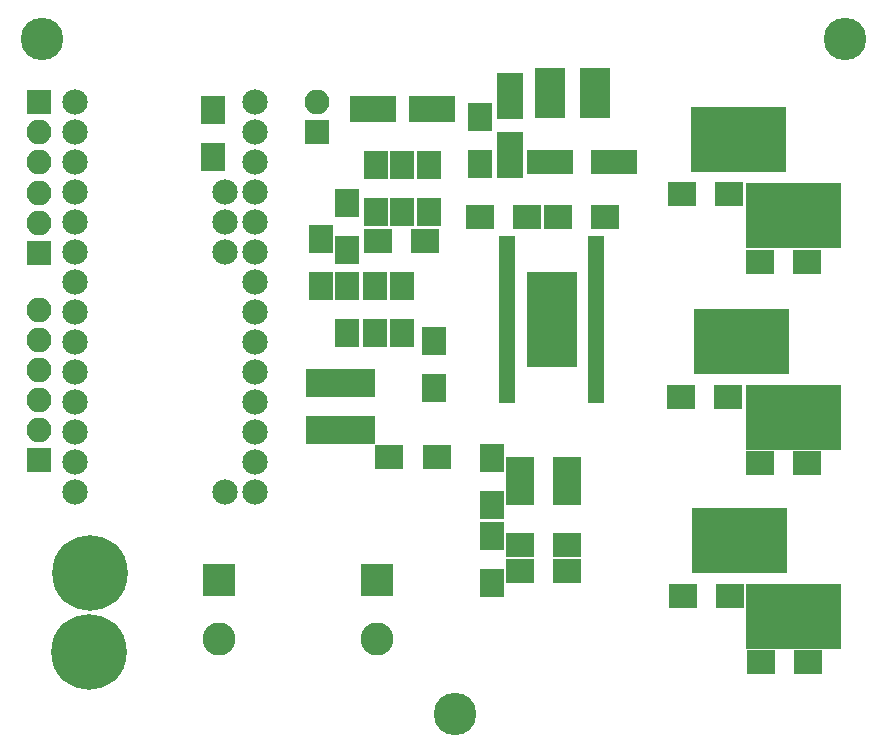
<source format=gbr>
G04 #@! TF.FileFunction,Soldermask,Top*
%FSLAX46Y46*%
G04 Gerber Fmt 4.6, Leading zero omitted, Abs format (unit mm)*
G04 Created by KiCad (PCBNEW 4.0.4-stable) date 08/15/17 16:15:30*
%MOMM*%
%LPD*%
G01*
G04 APERTURE LIST*
%ADD10C,0.100000*%
%ADD11R,1.670000X1.670000*%
%ADD12R,2.400000X2.000000*%
%ADD13R,2.200000X3.900000*%
%ADD14R,2.000000X2.400000*%
%ADD15R,3.900000X2.000000*%
%ADD16R,3.900000X2.200000*%
%ADD17R,2.100000X2.100000*%
%ADD18O,2.100000X2.100000*%
%ADD19C,6.399480*%
%ADD20R,2.600000X4.300000*%
%ADD21R,2.100000X2.400000*%
%ADD22R,2.400000X2.100000*%
%ADD23C,2.150000*%
%ADD24R,1.400000X0.685000*%
%ADD25R,2.800000X2.800000*%
%ADD26C,2.800000*%
%ADD27C,3.600000*%
G04 APERTURE END LIST*
D10*
D11*
X69913500Y47307500D03*
X69913500Y46037500D03*
X69913500Y44767500D03*
X69913500Y43497500D03*
X68643500Y47307500D03*
X68643500Y46037500D03*
X67373500Y46037500D03*
X67373500Y47307500D03*
X66103500Y47307500D03*
X66103500Y46037500D03*
X64833500Y46037500D03*
X64833500Y47307500D03*
X63563500Y47307500D03*
X63563500Y46037500D03*
X66103500Y44767500D03*
X67373500Y44767500D03*
X68643500Y44767500D03*
X68643500Y43497500D03*
X67373500Y43497500D03*
X66103500Y43497500D03*
X64833500Y43497500D03*
X64833500Y44767500D03*
X63563500Y44767500D03*
X63563500Y43497500D03*
D12*
X61309000Y47180500D03*
X57309000Y47180500D03*
D13*
X42735500Y55459000D03*
X42735500Y50459000D03*
D11*
X69913500Y30162500D03*
X69913500Y28892500D03*
X69913500Y27622500D03*
X69913500Y26352500D03*
X68643500Y30162500D03*
X68643500Y28892500D03*
X67373500Y28892500D03*
X67373500Y30162500D03*
X66103500Y30162500D03*
X66103500Y28892500D03*
X64833500Y28892500D03*
X64833500Y30162500D03*
X63563500Y30162500D03*
X63563500Y28892500D03*
X66103500Y27622500D03*
X67373500Y27622500D03*
X68643500Y27622500D03*
X68643500Y26352500D03*
X67373500Y26352500D03*
X66103500Y26352500D03*
X64833500Y26352500D03*
X64833500Y27622500D03*
X63563500Y27622500D03*
X63563500Y26352500D03*
D14*
X17653000Y54324000D03*
X17653000Y50324000D03*
X26543000Y31210000D03*
X26543000Y27210000D03*
X28448000Y31210000D03*
X28448000Y27210000D03*
X31432500Y45625000D03*
X31432500Y49625000D03*
X30353000Y31210000D03*
X30353000Y27210000D03*
X33655000Y45625000D03*
X33655000Y49625000D03*
D12*
X36544000Y24892000D03*
X32544000Y24892000D03*
D14*
X36322000Y34766000D03*
X36322000Y30766000D03*
X40259000Y49689000D03*
X40259000Y53689000D03*
D12*
X46831500Y45275500D03*
X50831500Y45275500D03*
X61245500Y30035500D03*
X57245500Y30035500D03*
X61372500Y13144500D03*
X57372500Y13144500D03*
D14*
X41275000Y18256000D03*
X41275000Y14256000D03*
X41275000Y24860000D03*
X41275000Y20860000D03*
D15*
X51531500Y49911000D03*
X46131500Y49911000D03*
D16*
X31155000Y54356000D03*
X36155000Y54356000D03*
D17*
X2921000Y24638000D03*
D18*
X2921000Y27178000D03*
X2921000Y29718000D03*
X2921000Y32258000D03*
X2921000Y34798000D03*
X2921000Y37338000D03*
D19*
X7112000Y8382000D03*
X7239000Y15113000D03*
D17*
X26416000Y52451000D03*
D18*
X26416000Y54991000D03*
D17*
X2921000Y54991000D03*
D18*
X2921000Y52451000D03*
X2921000Y49911000D03*
D20*
X49969500Y55753000D03*
X46169500Y55753000D03*
D17*
X2921000Y42164000D03*
D18*
X2921000Y44704000D03*
X2921000Y47244000D03*
D11*
X58928000Y49911000D03*
X58928000Y51181000D03*
X58928000Y52451000D03*
X58928000Y53721000D03*
X60198000Y49911000D03*
X60198000Y51181000D03*
X61468000Y51181000D03*
X61468000Y49911000D03*
X62738000Y49911000D03*
X62738000Y51181000D03*
X64008000Y51181000D03*
X64008000Y49911000D03*
X65278000Y49911000D03*
X65278000Y51181000D03*
X62738000Y52451000D03*
X61468000Y52451000D03*
X60198000Y52451000D03*
X60198000Y53721000D03*
X61468000Y53721000D03*
X62738000Y53721000D03*
X64008000Y53721000D03*
X64008000Y52451000D03*
X65278000Y52451000D03*
X65278000Y53721000D03*
X59182000Y32766000D03*
X59182000Y34036000D03*
X59182000Y35306000D03*
X59182000Y36576000D03*
X60452000Y32766000D03*
X60452000Y34036000D03*
X61722000Y34036000D03*
X61722000Y32766000D03*
X62992000Y32766000D03*
X62992000Y34036000D03*
X64262000Y34036000D03*
X64262000Y32766000D03*
X65532000Y32766000D03*
X65532000Y34036000D03*
X62992000Y35306000D03*
X61722000Y35306000D03*
X60452000Y35306000D03*
X60452000Y36576000D03*
X61722000Y36576000D03*
X62992000Y36576000D03*
X64262000Y36576000D03*
X64262000Y35306000D03*
X65532000Y35306000D03*
X65532000Y36576000D03*
X58991500Y15938500D03*
X58991500Y17208500D03*
X58991500Y18478500D03*
X58991500Y19748500D03*
X60261500Y15938500D03*
X60261500Y17208500D03*
X61531500Y17208500D03*
X61531500Y15938500D03*
X62801500Y15938500D03*
X62801500Y17208500D03*
X64071500Y17208500D03*
X64071500Y15938500D03*
X65341500Y15938500D03*
X65341500Y17208500D03*
X62801500Y18478500D03*
X61531500Y18478500D03*
X60261500Y18478500D03*
X60261500Y19748500D03*
X61531500Y19748500D03*
X62801500Y19748500D03*
X64071500Y19748500D03*
X64071500Y18478500D03*
X65341500Y18478500D03*
X65341500Y19748500D03*
X69977000Y13335000D03*
X69977000Y12065000D03*
X69977000Y10795000D03*
X69977000Y9525000D03*
X68707000Y13335000D03*
X68707000Y12065000D03*
X67437000Y12065000D03*
X67437000Y13335000D03*
X66167000Y13335000D03*
X66167000Y12065000D03*
X64897000Y12065000D03*
X64897000Y13335000D03*
X63627000Y13335000D03*
X63627000Y12065000D03*
X66167000Y10795000D03*
X67437000Y10795000D03*
X68707000Y10795000D03*
X68707000Y9525000D03*
X67437000Y9525000D03*
X66167000Y9525000D03*
X64897000Y9525000D03*
X64897000Y10795000D03*
X63627000Y10795000D03*
X63627000Y9525000D03*
D21*
X28956000Y42450000D03*
X28956000Y46450000D03*
X28956000Y35401500D03*
X28956000Y39401500D03*
X26733500Y39402000D03*
X26733500Y43402000D03*
X31305500Y35401500D03*
X31305500Y39401500D03*
X33655000Y35401500D03*
X33655000Y39401500D03*
D22*
X31591500Y43180000D03*
X35591500Y43180000D03*
D21*
X35877500Y45625000D03*
X35877500Y49625000D03*
D22*
X40227500Y45275500D03*
X44227500Y45275500D03*
X47593000Y15240000D03*
X43593000Y15240000D03*
X47593000Y17462500D03*
X43593000Y17462500D03*
X47593000Y21844000D03*
X43593000Y21844000D03*
X47593000Y23876000D03*
X43593000Y23876000D03*
X63913000Y41465500D03*
X67913000Y41465500D03*
X63913000Y24447500D03*
X67913000Y24447500D03*
X63976500Y7556500D03*
X67976500Y7556500D03*
D23*
X18669000Y42291000D03*
X18669000Y44831000D03*
X18669000Y47371000D03*
X18669000Y21971000D03*
X5969000Y52451000D03*
X5969000Y49911000D03*
X5969000Y47371000D03*
X5969000Y44831000D03*
X5969000Y42291000D03*
X5969000Y39751000D03*
X5969000Y37211000D03*
X5969000Y34671000D03*
X5969000Y32131000D03*
X5969000Y29591000D03*
X5969000Y27051000D03*
X5969000Y24511000D03*
X5969000Y21971000D03*
X21209000Y21971000D03*
X21209000Y24511000D03*
X21209000Y27051000D03*
X21209000Y29591000D03*
X21209000Y32131000D03*
X21209000Y34671000D03*
X21209000Y37211000D03*
X21209000Y39751000D03*
X21209000Y42291000D03*
X21209000Y44831000D03*
X21209000Y47371000D03*
X21209000Y49911000D03*
X21209000Y52451000D03*
X21209000Y54991000D03*
X5969000Y54991000D03*
D11*
X47561500Y33401000D03*
X47561500Y34671000D03*
X46291500Y34671000D03*
X46291500Y33401000D03*
X45021500Y33401000D03*
X45021500Y34671000D03*
X45021500Y39751000D03*
X45021500Y38481000D03*
X46291500Y38481000D03*
X46291500Y39751000D03*
X47561500Y39751000D03*
X47561500Y38481000D03*
X47561500Y35941000D03*
X47561500Y37211000D03*
X45021500Y37211000D03*
X45021500Y35941000D03*
X46291500Y35941000D03*
D24*
X42541500Y43326000D03*
X42541500Y42826000D03*
X42541500Y42326000D03*
X42541500Y41826000D03*
X42541500Y41326000D03*
X42541500Y40826000D03*
X42541500Y40326000D03*
X42541500Y39826000D03*
X42541500Y39326000D03*
X42541500Y38826000D03*
X42541500Y38326000D03*
X42541500Y37826000D03*
X42541500Y37326000D03*
X42541500Y36826000D03*
X42541500Y36326000D03*
X42541500Y35826000D03*
X42541500Y35326000D03*
X42541500Y34826000D03*
X42541500Y34326000D03*
X42541500Y33826000D03*
X42541500Y33326000D03*
X42541500Y32826000D03*
X42541500Y32326000D03*
X42541500Y31826000D03*
X42541500Y31326000D03*
X42541500Y30826000D03*
X42541500Y30326000D03*
X42541500Y29826000D03*
X50041500Y29826000D03*
X50041500Y30326000D03*
X50041500Y30826000D03*
X50041500Y31326000D03*
X50041500Y31826000D03*
X50041500Y32326000D03*
X50041500Y32826000D03*
X50041500Y33326000D03*
X50041500Y33826000D03*
X50041500Y34326000D03*
X50041500Y34826000D03*
X50041500Y35326000D03*
X50041500Y35826000D03*
X50041500Y36326000D03*
X50041500Y36826000D03*
X50041500Y37326000D03*
X50041500Y37826000D03*
X50041500Y38326000D03*
X50041500Y38826000D03*
X50041500Y39326000D03*
X50041500Y39826000D03*
X50041500Y40326000D03*
X50041500Y40826000D03*
X50041500Y41326000D03*
X50041500Y41826000D03*
X50041500Y42326000D03*
X50041500Y42826000D03*
X50041500Y43326000D03*
D11*
X46291500Y37211000D03*
D25*
X18161000Y14478000D03*
D26*
X18161000Y9478000D03*
D25*
X31496000Y14478000D03*
D26*
X31496000Y9478000D03*
D27*
X71120000Y60325000D03*
X3175000Y60325000D03*
X38100000Y3175000D03*
M02*

</source>
